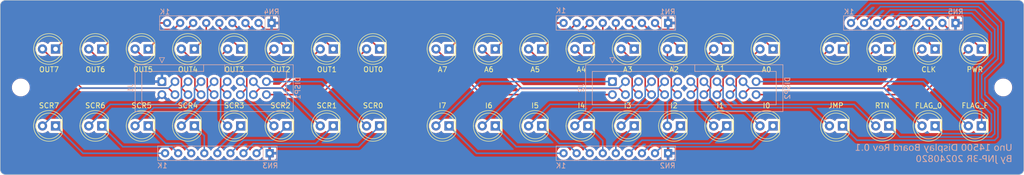
<source format=kicad_pcb>
(kicad_pcb (version 20240108) (generator "pcbnew") (generator_version "8.0")
  (layers (0 "F.Cu" signal) (31 "B.Cu" signal) (34 "B.Paste" user) (35 "F.Paste" user) (36 "B.SilkS" user "B.Silkscreen") (37 "F.SilkS" user "F.Silkscreen") (38 "B.Mask" user) (39 "F.Mask" user) (44 "Edge.Cuts" user))
  (net 0 "")
  (net 1 "Net-(D1-K)")
  (net 2 "A0")
  (net 3 "A1")
  (net 4 "Net-(D2-K)")
  (net 5 "Net-(D3-K)")
  (net 6 "A2")
  (net 7 "A3")
  (net 8 "Net-(D4-K)")
  (net 9 "A4")
  (net 10 "Net-(D5-K)")
  (net 11 "A5")
  (net 12 "Net-(D6-K)")
  (net 13 "Net-(D7-K)")
  (net 14 "A6")
  (net 15 "Net-(D8-K)")
  (net 16 "A7")
  (net 17 "Net-(D9-K)")
  (net 18 "I0")
  (net 19 "Net-(D10-K)")
  (net 20 "I1")
  (net 21 "I2")
  (net 22 "Net-(D11-K)")
  (net 23 "I3")
  (net 24 "Net-(D12-K)")
  (net 25 "Net-(D13-K)")
  (net 26 "I4")
  (net 27 "Net-(D14-K)")
  (net 28 "I5")
  (net 29 "Net-(D15-K)")
  (net 30 "I6")
  (net 31 "Net-(D16-K)")
  (net 32 "I7")
  (net 33 "Net-(D17-K)")
  (net 34 "SCR0")
  (net 35 "Net-(D18-K)")
  (net 36 "SCR1")
  (net 37 "Net-(D19-K)")
  (net 38 "SCR2")
  (net 39 "SCR3")
  (net 40 "Net-(D20-K)")
  (net 41 "Net-(D21-K)")
  (net 42 "SCR4")
  (net 43 "Net-(D22-K)")
  (net 44 "SCR5")
  (net 45 "Net-(D23-K)")
  (net 46 "SCR6")
  (net 47 "SCR7")
  (net 48 "Net-(D24-K)")
  (net 49 "OUT0")
  (net 50 "Net-(D25-K)")
  (net 51 "Net-(D26-K)")
  (net 52 "OUT1")
  (net 53 "OUT2")
  (net 54 "Net-(D27-K)")
  (net 55 "Net-(D28-K)")
  (net 56 "OUT3")
  (net 57 "Net-(D29-K)")
  (net 58 "OUT4")
  (net 59 "Net-(D30-K)")
  (net 60 "OUT5")
  (net 61 "OUT6")
  (net 62 "Net-(D31-K)")
  (net 63 "Net-(D32-K)")
  (net 64 "OUT7")
  (net 65 "VCC")
  (net 66 "Net-(D33-K)")
  (net 67 "CLK")
  (net 68 "Net-(D34-K)")
  (net 69 "RR")
  (net 70 "Net-(D35-K)")
  (net 71 "D")
  (net 72 "Net-(D36-K)")
  (net 73 "JMP")
  (net 74 "Net-(D37-K)")
  (net 75 "Net-(D38-K)")
  (net 76 "FLAG_F")
  (net 77 "Net-(D39-K)")
  (net 78 "FLAG_0")
  (net 79 "Net-(D40-K)")
  (net 80 "RTN")
  (net 81 "GND")
  (footprint "LED_THT:LED_D5.0mm" (layer "F.Cu") (at 214.25 80 180)
    (property "Reference" "D36" (hide yes))
    (property "Value" "D")
  )
  (footprint "LED_THT:LED_D5.0mm" (layer "F.Cu") (at 146.75 80 180)
    (property "Reference" "D7" (hide yes))
    (property "Value" "A6")
  )
  (footprint "LED_THT:LED_D5.0mm" (layer "F.Cu") (at 200.75 80 180)
    (property "Reference" "D1" (hide yes))
    (property "Value" "A0")
  )
  (footprint "LED_THT:LED_D5.0mm" (layer "F.Cu") (at 191.75 95 180)
    (property "Reference" "D10" (hide yes))
    (property "Value" "I1")
  )
  (footprint "LED_THT:LED_D5.0mm" (layer "F.Cu") (at 88.25 95 180)
    (property "Reference" "D21" (hide yes))
    (property "Value" "SCR4")
  )
  (footprint "LED_THT:LED_D5.0mm" (layer "F.Cu") (at 115.25 95 180)
    (property "Reference" "D18" (hide yes))
    (property "Value" "SCR1")
  )
  (footprint "LED_THT:LED_D5.0mm" (layer "F.Cu") (at 146.75 95 180)
    (property "Reference" "D15" (hide yes))
    (property "Value" "I6")
  )
  (footprint "LED_THT:LED_D5.0mm" (layer "F.Cu") (at 155.75 95 180)
    (property "Reference" "D14" (hide yes))
    (property "Value" "I5")
  )
  (footprint "LED_THT:LED_D5.0mm" (layer "F.Cu") (at 97.25 80 180)
    (property "Reference" "D28" (hide yes))
    (property "Value" "OUT3")
  )
  (footprint "LED_THT:LED_D5.0mm" (layer "F.Cu") (at 88.25 80 180)
    (property "Reference" "D29" (hide yes))
    (property "Value" "OUT4")
  )
  (footprint "LED_THT:LED_D5.0mm" (layer "F.Cu") (at 214.25 95 180)
    (property "Reference" "D40" (hide yes))
    (property "Value" "JMP")
  )
  (footprint "LED_THT:LED_D5.0mm" (layer "F.Cu") (at 182.75 95 180)
    (property "Reference" "D11" (hide yes))
    (property "Value" "I2")
  )
  (footprint "LED_THT:LED_D5.0mm" (layer "F.Cu") (at 232.25 80 180)
    (property "Reference" "D34" (hide yes))
    (property "Value" "CLK")
  )
  (footprint "LED_THT:LED_D5.0mm" (layer "F.Cu") (at 200.75 95 180)
    (property "Reference" "D9" (hide yes))
    (property "Value" "I0")
  )
  (footprint "LED_THT:LED_D5.0mm" (layer "F.Cu") (at 106.25 95 180)
    (property "Reference" "D19" (hide yes))
    (property "Value" "SCR2")
  )
  (footprint "LED_THT:LED_D5.0mm" (layer "F.Cu") (at 61.25 80 180)
    (property "Reference" "D32" (hide yes))
    (property "Value" "OUT7")
  )
  (footprint "LED_THT:LED_D5.0mm" (layer "F.Cu") (at 70.25 95 180)
    (property "Reference" "D23" (hide yes))
    (property "Value" "SCR6")
  )
  (footprint "LED_THT:LED_D5.0mm" (layer "F.Cu") (at 79.25 95 180)
    (property "Reference" "D22" (hide yes))
    (property "Value" "SCR5")
  )
  (footprint "LED_THT:LED_D5.0mm" (layer "F.Cu") (at 124.25 80 180)
    (property "Reference" "D25" (hide yes))
    (property "Value" "OUT0")
  )
  (footprint "LED_THT:LED_D5.0mm" (layer "F.Cu") (at 115.25 80 180)
    (property "Reference" "D26" (hide yes))
    (property "Value" "OUT1")
  )
  (footprint "MountingHole:MountingHole_3mm" (layer "F.Cu") (at 245.5 87.5)
    (property "Reference" "REF**" (hide yes))
    (property "Value" "MountingHole_3mm" (hide yes))
  )
  (footprint "LED_THT:LED_D5.0mm" (layer "F.Cu") (at 241.25 80 180)
    (property "Reference" "D33" (hide yes))
    (property "Value" "PWR")
  )
  (footprint "LED_THT:LED_D5.0mm" (layer "F.Cu") (at 182.75 80 180)
    (property "Reference" "D3" (hide yes))
    (property "Value" "A2")
  )
  (footprint "LED_THT:LED_D5.0mm" (layer "F.Cu") (at 241.25 95 180)
    (property "Reference" "D37" (hide yes))
    (property "Value" "FLAG_F")
  )
  (footprint "LED_THT:LED_D5.0mm" (layer "F.Cu") (at 137.75 95 180)
    (property "Reference" "D16" (hide yes))
    (property "Value" "I7")
  )
  (footprint "LED_THT:LED_D5.0mm" (layer "F.Cu") (at 164.75 95 180)
    (property "Reference" "D13" (hide yes))
    (property "Value" "I4")
  )
  (footprint "MountingHole:MountingHole_3mm" (layer "F.Cu") (at 54.5 87.5)
    (property "Reference" "REF**" (hide yes))
    (property "Value" "MountingHole_3mm" (hide yes))
  )
  (footprint "LED_THT:LED_D5.0mm" (layer "F.Cu") (at 70.25 80 180)
    (property "Reference" "D31" (hide yes))
    (property "Value" "OUT6")
  )
  (footprint "LED_THT:LED_D5.0mm" (layer "F.Cu") (at 137.75 80 180)
    (property "Reference" "D8" (hide yes))
    (property "Value" "A7")
  )
  (footprint "LED_THT:LED_D5.0mm" (layer "F.Cu") (at 164.75 80 180)
    (property "Reference" "D5" (hide yes))
    (property "Value" "A4")
  )
  (footprint "LED_THT:LED_D5.0mm" (layer "F.Cu") (at 79.25 80 180)
    (property "Reference" "D30" (hide yes))
    (property "Value" "OUT5")
  )
  (footprint "LED_THT:LED_D5.0mm" (layer "F.Cu") (at 106.25 80 180)
    (property "Reference" "D27" (hide yes))
    (property "Value" "OUT2")
  )
  (footprint "LED_THT:LED_D5.0mm" (layer "F.Cu") (at 155.75 80 180)
    (property "Reference" "D6" (hide yes))
    (property "Value" "A5")
  )
  (footprint "LED_THT:LED_D5.0mm" (layer "F.Cu") (at 97.25 95 180)
    (property "Reference" "D20" (hide yes))
    (property "Value" "SCR3")
  )
  (footprint "LED_THT:LED_D5.0mm" (layer "F.Cu") (at 61.25 95 180)
    (property "Reference" "D24" (hide yes))
    (property "Value" "SCR7")
  )
  (footprint "LED_THT:LED_D5.0mm" (layer "F.Cu") (at 124.25 95 180)
    (property "Reference" "D17" (hide yes))
    (property "Value" "SCR0")
  )
  (footprint "LED_THT:LED_D5.0mm" (layer "F.Cu") (at 223.25 95 180)
    (property "Reference" "D39" (hide yes))
    (property "Value" "RTN")
  )
  (footprint "LED_THT:LED_D5.0mm" (layer "F.Cu") (at 173.75 95 180)
    (property "Reference" "D12" (hide yes))
    (property "Value" "I3")
  )
  (footprint "LED_THT:LED_D5.0mm" (layer "F.Cu") (at 191.75 80 180)
    (property "Reference" "D2" (hide yes))
    (property "Value" "A1")
  )
  (footprint "LED_THT:LED_D5.0mm" (layer "F.Cu") (at 223.25 80 180)
    (property "Reference" "D35" (hide yes))
    (property "Value" "RR")
  )
  (footprint "LED_THT:LED_D5.0mm" (layer "F.Cu") (at 232.25 95 180)
    (property "Reference" "D38" (hide yes))
    (property "Value" "FLAG_0")
  )
  (footprint "LED_THT:LED_D5.0mm" (layer "F.Cu") (at 173.75 80 180)
    (property "Reference" "D4" (hide yes))
    (property "Value" "A3")
  )
  (footprint "Resistor_THT:R_Array_SIP9" (layer "B.Cu") (at 102.87 100.33 180)
    (property "Reference" "RN3")
    (property "Value" "1K")
  )
  (footprint "Resistor_THT:R_Array_SIP9" (layer "B.Cu") (at 236.22 74.93 180)
    (property "Reference" "RN5")
    (property "Value" "1K")
  )
  (footprint "Connector_IDC:IDC-Header_2x09_P2.54mm_Vertical" (layer "B.Cu") (at 81.93 86.36 -90)
    (property "Reference" "J1")
    (property "Value" "DISP1")
  )
  (footprint "Connector_IDC:IDC-Header_2x12_P2.54mm_Vertical" (layer "B.Cu") (at 169.51 86.36 -90)
    (property "Reference" "J2")
    (property "Value" "DISP2")
  )
  (footprint "Resistor_THT:R_Array_SIP9" (layer "B.Cu") (at 103.25 74.93 180)
    (property "Reference" "RN4")
    (property "Value" "1K")
  )
  (footprint "Resistor_THT:R_Array_SIP9" (layer "B.Cu") (at 180.34 74.93 180)
    (property "Reference" "RN1")
    (property "Value" "1K")
  )
  (footprint "Resistor_THT:R_Array_SIP9" (layer "B.Cu") (at 180.34 100.33 180)
    (property "Reference" "RN2")
    (property "Value" "1K")
  )
  (gr_line (start 248.5 70.5) (end 51.5 70.5) (stroke (width 0.1)) (layer "Edge.Cuts"))
  (gr_arc (start 249.5 103.5) (mid 249.207107 104.207107) (end 248.5 104.5) (stroke (width 0.1)) (layer "Edge.Cuts"))
  (gr_line (start 249.5 103.5) (end 249.5 71.5) (stroke (width 0.1)) (layer "Edge.Cuts"))
  (gr_line (start 50.5 71.5) (end 50.5 103.5) (stroke (width 0.1)) (layer "Edge.Cuts"))
  (gr_arc (start 248.5 70.5) (mid 249.207107 70.792893) (end 249.5 71.5) (stroke (width 0.1)) (layer "Edge.Cuts"))
  (gr_arc (start 50.5 71.5) (mid 50.792893 70.792893) (end 51.5 70.5) (stroke (width 0.1)) (layer "Edge.Cuts"))
  (gr_line (start 51.5 104.5) (end 248.5 104.5) (stroke (width 0.1)) (layer "Edge.Cuts"))
  (gr_arc (start 51.5 104.5) (mid 50.792893 104.207107) (end 50.5 103.5) (stroke (width 0.1)) (layer "Edge.Cuts"))
  (gr_text "Uno 14500 Display Board Rev 0.1\nBy JNP-3R 20240820" (at 247.25 102.25 0) (layer "B.SilkS") (effects (font (size 1.3 1.3) (thickness 0.1625)) (justify left bottom mirror)))
  (segment (start 179.07 76.2) (end 196.95 76.2) (width 0.3) (layer "F.Cu") (net 1))
  (segment (start 196.95 76.2) (end 200.75 80) (width 0.3) (layer "F.Cu") (net 1))
  (segment (start 177.8 74.93) (end 179.07 76.2) (width 0.3) (layer "F.Cu") (net 1))
  (segment (start 188.595 87.595) (end 187.29 88.9) (width 0.3) (layer "F.Cu") (net 2))
  (segment (start 198.21 80) (end 195.025 83.185) (width 0.3) (layer "F.Cu") (net 2))
  (segment (start 188.595 85.725) (end 188.595 87.595) (width 0.3) (layer "F.Cu") (net 2))
  (segment (start 195.025 83.185) (end 191.135 83.185) (width 0.3) (layer "F.Cu") (net 2))
  (segment (start 191.135 83.185) (end 188.595 85.725) (width 0.3) (layer "F.Cu") (net 2))
  (segment (start 186.055 87.595) (end 184.75 88.9) (width 0.3) (layer "F.Cu") (net 3))
  (segment (start 189.21 80) (end 186.055 83.155) (width 0.3) (layer "F.Cu") (net 3))
  (segment (start 186.055 83.155) (end 186.055 87.595) (width 0.3) (layer "F.Cu") (net 3))
  (segment (start 175.26 74.93) (end 177.165 76.835) (width 0.3) (layer "F.Cu") (net 4))
  (segment (start 188.585 76.835) (end 191.75 80) (width 0.3) (layer "F.Cu") (net 4))
  (segment (start 177.165 76.835) (end 188.585 76.835) (width 0.3) (layer "F.Cu") (net 4))
  (segment (start 175.26 77.47) (end 180.22 77.47) (width 0.3) (layer "F.Cu") (net 5))
  (segment (start 180.22 77.47) (end 182.75 80) (width 0.3) (layer "F.Cu") (net 5))
  (segment (start 172.72 74.93) (end 175.26 77.47) (width 0.3) (layer "F.Cu") (net 5))
  (segment (start 180.975 85.725) (end 180.975 87.665) (width 0.3) (layer "F.Cu") (net 6))
  (segment (start 180.975 87.665) (end 182.21 88.9) (width 0.3) (layer "F.Cu") (net 6))
  (segment (start 180.21 80) (end 180.21 84.96) (width 0.3) (layer "F.Cu") (net 6))
  (segment (start 180.21 84.96) (end 180.975 85.725) (width 0.3) (layer "F.Cu") (net 6))
  (segment (start 176.53 83.82) (end 178.435 85.725) (width 0.3) (layer "F.Cu") (net 7))
  (segment (start 178.435 85.725) (end 178.435 87.665) (width 0.3) (layer "F.Cu") (net 7))
  (segment (start 178.435 87.665) (end 179.67 88.9) (width 0.3) (layer "F.Cu") (net 7))
  (segment (start 175.03 83.82) (end 176.53 83.82) (width 0.3) (layer "F.Cu") (net 7))
  (segment (start 171.21 80) (end 175.03 83.82) (width 0.3) (layer "F.Cu") (net 7))
  (segment (start 173.75 80) (end 170.18 76.43) (width 0.3) (layer "F.Cu") (net 8))
  (segment (start 170.18 76.43) (end 170.18 74.93) (width 0.3) (layer "F.Cu") (net 8))
  (segment (start 173.99 83.82) (end 175.895 85.725) (width 0.3) (layer "F.Cu") (net 9))
  (segment (start 175.895 85.725) (end 175.895 87.665) (width 0.3) (layer "F.Cu") (net 9))
  (segment (start 175.895 87.665) (end 177.13 88.9) (width 0.3) (layer "F.Cu") (net 9))
  (segment (start 162.21 80) (end 166.03 83.82) (width 0.3) (layer "F.Cu") (net 9))
  (segment (start 166.03 83.82) (end 173.99 83.82) (width 0.3) (layer "F.Cu") (net 9))
  (segment (start 167.64 77.11) (end 167.64 74.93) (width 0.3) (layer "F.Cu") (net 10))
  (segment (start 164.75 80) (end 167.64 77.11) (width 0.3) (layer "F.Cu") (net 10))
  (segment (start 173.355 87.665) (end 174.59 88.9) (width 0.3) (layer "F.Cu") (net 11))
  (segment (start 153.21 80) (end 157.665 84.455) (width 0.3) (layer "F.Cu") (net 11))
  (segment (start 157.665 84.455) (end 172.085 84.455) (width 0.3) (layer "F.Cu") (net 11))
  (segment (start 172.085 84.455) (end 173.355 85.725) (width 0.3) (layer "F.Cu") (net 11))
  (segment (start 173.355 85.725) (end 173.355 87.665) (width 0.3) (layer "F.Cu") (net 11))
  (segment (start 163.195 76.835) (end 165.1 74.93) (width 0.3) (layer "F.Cu") (net 12))
  (segment (start 155.75 80) (end 158.915 76.835) (width 0.3) (layer "F.Cu") (net 12))
  (segment (start 158.915 76.835) (end 163.195 76.835) (width 0.3) (layer "F.Cu") (net 12))
  (segment (start 161.29 76.2) (end 162.56 74.93) (width 0.3) (layer "F.Cu") (net 13))
  (segment (start 150.55 76.2) (end 161.29 76.2) (width 0.3) (layer "F.Cu") (net 13))
  (segment (start 146.75 80) (end 150.55 76.2) (width 0.3) (layer "F.Cu") (net 13))
  (segment (start 151.91 87.7) (end 170.85 87.7) (width 0.3) (layer "F.Cu") (net 14))
  (segment (start 144.21 80) (end 151.91 87.7) (width 0.3) (layer "F.Cu") (net 14))
  (segment (start 170.85 87.7) (end 172.05 88.9) (width 0.3) (layer "F.Cu") (net 14))
  (segment (start 142.82 74.93) (end 160.02 74.93) (width 0.3) (layer "F.Cu") (net 15))
  (segment (start 137.75 80) (end 142.82 74.93) (width 0.3) (layer "F.Cu") (net 15))
  (segment (start 144.11 88.9) (end 169.51 88.9) (width 0.3) (layer "F.Cu") (net 16))
  (segment (start 135.21 80) (end 144.11 88.9) (width 0.3) (layer "F.Cu") (net 16))
  (segment (start 179.07 99.06) (end 196.69 99.06) (width 0.3) (layer "B.Cu") (net 17))
  (segment (start 177.8 100.33) (end 179.07 99.06) (width 0.3) (layer "B.Cu") (net 17))
  (segment (start 196.69 99.06) (end 200.75 95) (width 0.3) (layer "B.Cu") (net 17))
  (segment (start 187.290001 86.36) (end 188.49 87.559999) (width 0.3) (layer "B.Cu") (net 18))
  (segment (start 195.285 92.075) (end 198.21 95) (width 0.3) (layer "B.Cu") (net 18))
  (segment (start 188.49 87.559999) (end 188.49 89.43) (width 0.3) (layer "B.Cu") (net 18))
  (segment (start 188.49 89.43) (end 191.135 92.075) (width 0.3) (layer "B.Cu") (net 18))
  (segment (start 191.135 92.075) (end 195.285 92.075) (width 0.3) (layer "B.Cu") (net 18))
  (segment (start 191.75 95) (end 188.325 98.425) (width 0.3) (layer "B.Cu") (net 19))
  (segment (start 188.325 98.425) (end 177.165 98.425) (width 0.3) (layer "B.Cu") (net 19))
  (segment (start 177.165 98.425) (end 175.26 100.33) (width 0.3) (layer "B.Cu") (net 19))
  (segment (start 186.055 87.665) (end 186.055 91.845) (width 0.3) (layer "B.Cu") (net 20))
  (segment (start 186.055 91.845) (end 189.21 95) (width 0.3) (layer "B.Cu") (net 20))
  (segment (start 184.75 86.36) (end 186.055 87.665) (width 0.3) (layer "B.Cu") (net 20))
  (segment (start 180.975 89.535) (end 180.975 87.595) (width 0.3) (layer "B.Cu") (net 21))
  (segment (start 180.21 90.3) (end 180.975 89.535) (width 0.3) (layer "B.Cu") (net 21))
  (segment (start 180.21 95) (end 180.21 90.3) (width 0.3) (layer "B.Cu") (net 21))
  (segment (start 180.975 87.595) (end 182.21 86.36) (width 0.3) (layer "B.Cu") (net 21))
  (segment (start 179.96 97.79) (end 175.26 97.79) (width 0.3) (layer "B.Cu") (net 22))
  (segment (start 175.26 97.79) (end 172.72 100.33) (width 0.3) (layer "B.Cu") (net 22))
  (segment (start 182.75 95) (end 179.96 97.79) (width 0.3) (layer "B.Cu") (net 22))
  (segment (start 171.21 95) (end 174.77 91.44) (width 0.3) (layer "B.Cu") (net 23))
  (segment (start 176.287057 91.44) (end 178.435 89.292057) (width 0.3) (layer "B.Cu") (net 23))
  (segment (start 174.77 91.44) (end 176.287057 91.44) (width 0.3) (layer "B.Cu") (net 23))
  (segment (start 178.435 89.292057) (end 178.435 87.595) (width 0.3) (layer "B.Cu") (net 23))
  (segment (start 178.435 87.595) (end 179.67 86.36) (width 0.3) (layer "B.Cu") (net 23))
  (segment (start 170.18 98.57) (end 170.18 100.33) (width 0.3) (layer "B.Cu") (net 24))
  (segment (start 173.75 95) (end 170.18 98.57) (width 0.3) (layer "B.Cu") (net 24))
  (segment (start 164.75 95) (end 167.64 97.89) (width 0.3) (layer "B.Cu") (net 25))
  (segment (start 167.64 97.89) (end 167.64 100.33) (width 0.3) (layer "B.Cu") (net 25))
  (segment (start 175.895 87.595) (end 177.13 86.36) (width 0.3) (layer "B.Cu") (net 26))
  (segment (start 162.21 95) (end 165.77 91.44) (width 0.3) (layer "B.Cu") (net 26))
  (segment (start 175.895 89.292057) (end 175.895 87.595) (width 0.3) (layer "B.Cu") (net 26))
  (segment (start 165.77 91.44) (end 173.747057 91.44) (width 0.3) (layer "B.Cu") (net 26))
  (segment (start 173.747057 91.44) (end 175.895 89.292057) (width 0.3) (layer "B.Cu") (net 26))
  (segment (start 163.195 98.425) (end 165.1 100.33) (width 0.3) (layer "B.Cu") (net 27))
  (segment (start 159.175 98.425) (end 163.195 98.425) (width 0.3) (layer "B.Cu") (net 27))
  (segment (start 155.75 95) (end 159.175 98.425) (width 0.3) (layer "B.Cu") (net 27))
  (segment (start 153.21 95) (end 157.405 90.805) (width 0.3) (layer "B.Cu") (net 28))
  (segment (start 173.355 87.594999) (end 174.589999 86.36) (width 0.3) (layer "B.Cu") (net 28))
  (segment (start 173.355 89.535) (end 173.355 87.594999) (width 0.3) (layer "B.Cu") (net 28))
  (segment (start 157.405 90.805) (end 172.085 90.805) (width 0.3) (layer "B.Cu") (net 28))
  (segment (start 172.085 90.805) (end 173.355 89.535) (width 0.3) (layer "B.Cu") (net 28))
  (segment (start 150.81 99.06) (end 161.29 99.06) (width 0.3) (layer "B.Cu") (net 29))
  (segment (start 146.75 95) (end 150.81 99.06) (width 0.3) (layer "B.Cu") (net 29))
  (segment (start 161.29 99.06) (end 162.56 100.33) (width 0.3) (layer "B.Cu") (net 29))
  (segment (start 151.58 87.63) (end 170.78 87.63) (width 0.3) (layer "B.Cu") (net 30))
  (segment (start 144.21 95) (end 151.58 87.63) (width 0.3) (layer "B.Cu") (net 30))
  (segment (start 170.78 87.63) (end 172.05 86.36) (width 0.3) (layer "B.Cu") (net 30))
  (segment (start 137.75 95) (end 143.08 100.33) (width 0.3) (layer "B.Cu") (net 31))
  (segment (start 143.08 100.33) (end 160.02 100.33) (width 0.3) (layer "B.Cu") (net 31))
  (segment (start 143.85 86.36) (end 169.51 86.36) (width 0.3) (layer "B.Cu") (net 32))
  (segment (start 135.21 95) (end 143.85 86.36) (width 0.3) (layer "B.Cu") (net 32))
  (segment (start 101.6 99.06) (end 120.19 99.06) (width 0.3) (layer "B.Cu") (net 33))
  (segment (start 100.33 100.33) (end 101.6 99.06) (width 0.3) (layer "B.Cu") (net 33))
  (segment (start 120.19 99.06) (end 124.25 95) (width 0.3) (layer "B.Cu") (net 33))
  (segment (start 113.07 86.36) (end 121.71 95) (width 0.3) (layer "B.Cu") (net 34))
  (segment (start 102.25 86.36) (end 113.07 86.36) (width 0.3) (layer "B.Cu") (net 34))
  (segment (start 111.825 98.425) (end 115.25 95) (width 0.3) (layer "B.Cu") (net 35))
  (segment (start 99.695 98.425) (end 111.825 98.425) (width 0.3) (layer "B.Cu") (net 35))
  (segment (start 97.79 100.33) (end 99.695 98.425) (width 0.3) (layer "B.Cu") (net 35))
  (segment (start 100.980001 87.63) (end 105.34 87.63) (width 0.3) (layer "B.Cu") (net 36))
  (segment (start 99.710001 86.36) (end 100.980001 87.63) (width 0.3) (layer "B.Cu") (net 36))
  (segment (start 105.34 87.63) (end 112.71 95) (width 0.3) (layer "B.Cu") (net 36))
  (segment (start 95.25 100.33) (end 97.79 97.79) (width 0.3) (layer "B.Cu") (net 37))
  (segment (start 97.79 97.79) (end 103.46 97.79) (width 0.3) (layer "B.Cu") (net 37))
  (segment (start 103.46 97.79) (end 106.25 95) (width 0.3) (layer "B.Cu") (net 37))
  (segment (start 103.71 95) (end 98.425 89.715) (width 0.3) (layer "B.Cu") (net 38))
  (segment (start 98.425 89.715) (end 98.425 87.615) (width 0.3) (layer "B.Cu") (net 38))
  (segment (start 98.425 87.615) (end 97.17 86.36) (width 0.3) (layer "B.Cu") (net 38))
  (segment (start 94.71 95) (end 93.345 93.635) (width 0.3) (layer "B.Cu") (net 39))
  (segment (start 93.345 93.635) (end 93.345 87.645) (width 0.3) (layer "B.Cu") (net 39))
  (segment (start 93.345 87.645) (end 94.63 86.36) (width 0.3) (layer "B.Cu") (net 39))
  (segment (start 97.25 95) (end 92.71 99.54) (width 0.3) (layer "B.Cu") (net 40))
  (segment (start 92.71 99.54) (end 92.71 100.33) (width 0.3) (layer "B.Cu") (net 40))
  (segment (start 90.17 96.92) (end 90.17 100.33) (width 0.3) (layer "B.Cu") (net 41))
  (segment (start 88.25 95) (end 90.17 96.92) (width 0.3) (layer "B.Cu") (net 41))
  (segment (start 90.805 87.645) (end 92.09 86.36) (width 0.3) (layer "B.Cu") (net 42))
  (segment (start 90.805 89.905) (end 90.805 87.645) (width 0.3) (layer "B.Cu") (net 42))
  (segment (start 85.71 95) (end 90.805 89.905) (width 0.3) (layer "B.Cu") (net 42))
  (segment (start 85.725 98.425) (end 87.63 100.33) (width 0.3) (layer "B.Cu") (net 43))
  (segment (start 82.675 98.425) (end 85.725 98.425) (width 0.3) (layer "B.Cu") (net 43))
  (segment (start 79.25 95) (end 82.675 98.425) (width 0.3) (layer "B.Cu") (net 43))
  (segment (start 88.265 87.645) (end 89.55 86.36) (width 0.3) (layer "B.Cu") (net 44))
  (segment (start 76.71 95) (end 76.75 95) (width 0.3) (layer "B.Cu") (net 44))
  (segment (start 76.75 95) (end 80.31 91.44) (width 0.3) (layer "B.Cu") (net 44))
  (segment (start 80.31 91.44) (end 86.307057 91.44) (width 0.3) (layer "B.Cu") (net 44))
  (segment (start 88.265 89.482057) (end 88.265 87.645) (width 0.3) (layer "B.Cu") (net 44))
  (segment (start 86.307057 91.44) (end 88.265 89.482057) (width 0.3) (layer "B.Cu") (net 44))
  (segment (start 83.82 99.06) (end 85.09 100.33) (width 0.3) (layer "B.Cu") (net 45))
  (segment (start 70.25 95) (end 74.31 99.06) (width 0.3) (layer "B.Cu") (net 45))
  (segment (start 74.31 99.06) (end 83.82 99.06) (width 0.3) (layer "B.Cu") (net 45))
  (segment (start 85.725 87.644999) (end 87.009999 86.36) (width 0.3) (layer "B.Cu") (net 46))
  (segment (start 71.905 90.805) (end 84.455 90.805) (width 0.3) (layer "B.Cu") (net 46))
  (segment (start 85.725 89.535) (end 85.725 87.644999) (width 0.3) (layer "B.Cu") (net 46))
  (segment (start 67.71 95) (end 71.905 90.805) (width 0.3) (layer "B.Cu") (net 46))
  (segment (start 84.455 90.805) (end 85.725 89.535) (width 0.3) (layer "B.Cu") (net 46))
  (segment (start 58.71 95) (end 66.08 87.63) (width 0.3) (layer "B.Cu") (net 47))
  (segment (start 66.08 87.63) (end 83.2 87.63) (width 0.3) (layer "B.Cu") (net 47))
  (segment (start 83.2 87.63) (end 84.47 86.36) (width 0.3) (layer "B.Cu") (net 47))
  (segment (start 82.55 100.33) (end 66.58 100.33) (width 0.3) (layer "B.Cu") (net 48))
  (segment (start 66.58 100.33) (end 61.25 95) (width 0.3) (layer "B.Cu") (net 48))
  (segment (start 112.81 88.9) (end 121.71 80) (width 0.3) (layer "F.Cu") (net 49))
  (segment (start 102.25 88.9) (end 112.81 88.9) (width 0.3) (layer "F.Cu") (net 49))
  (segment (start 120.45 76.2) (end 124.25 80) (width 0.3) (layer "F.Cu") (net 50))
  (segment (start 100.71 74.93) (end 101.98 76.2) (width 0.3) (layer "F.Cu") (net 50))
  (segment (start 101.98 76.2) (end 120.45 76.2) (width 0.3) (layer "F.Cu") (net 50))
  (segment (start 98.17 74.93) (end 100.075 76.835) (width 0.3) (layer "F.Cu") (net 51))
  (segment (start 112.085 76.835) (end 115.25 80) (width 0.3) (layer "F.Cu") (net 51))
  (segment (start 100.075 76.835) (end 112.085 76.835) (width 0.3) (layer "F.Cu") (net 51))
  (segment (start 100.98 87.63) (end 105.08 87.63) (width 0.3) (layer "F.Cu") (net 52))
  (segment (start 99.71 88.9) (end 100.98 87.63) (width 0.3) (layer "F.Cu") (net 52))
  (segment (start 105.08 87.63) (end 112.71 80) (width 0.3) (layer "F.Cu") (net 52))
  (segment (start 98.425 85.285) (end 98.425 87.645) (width 0.3) (layer "F.Cu") (net 53))
  (segment (start 103.71 80) (end 98.425 85.285) (width 0.3) (layer "F.Cu") (net 53))
  (segment (start 98.425 87.645) (end 97.17 88.9) (width 0.3) (layer "F.Cu") (net 53))
  (segment (start 98.17 77.47) (end 103.72 77.47) (width 0.3) (layer "F.Cu") (net 54))
  (segment (start 103.72 77.47) (end 106.25 80) (width 0.3) (layer "F.Cu") (net 54))
  (segment (start 95.63 74.93) (end 98.17 77.47) (width 0.3) (layer "F.Cu") (net 54))
  (segment (start 97.25 80) (end 93.09 75.84) (width 0.3) (layer "F.Cu") (net 55))
  (segment (start 93.09 75.84) (end 93.09 74.93) (width 0.3) (layer "F.Cu") (net 55))
  (segment (start 94.63 88.9) (end 93.345 87.615) (width 0.3) (layer "F.Cu") (net 56))
  (segment (start 93.345 81.365) (end 94.71 80) (width 0.3) (layer "F.Cu") (net 56))
  (segment (start 93.345 87.615) (end 93.345 81.365) (width 0.3) (layer "F.Cu") (net 56))
  (segment (start 90.55 77.7) (end 90.55 74.93) (width 0.3) (layer "F.Cu") (net 57))
  (segment (start 88.25 80) (end 90.55 77.7) (width 0.3) (layer "F.Cu") (net 57))
  (segment (start 90.75 85.04) (end 85.71 80) (width 0.3) (layer "F.Cu") (net 58))
  (segment (start 90.75 87.56) (end 90.75 85.04) (width 0.3) (layer "F.Cu") (net 58))
  (segment (start 92.09 88.9) (end 90.75 87.56) (width 0.3) (layer "F.Cu") (net 58))
  (segment (start 86.105 76.835) (end 88.01 74.93) (width 0.3) (layer "F.Cu") (net 59))
  (segment (start 79.25 80) (end 82.415 76.835) (width 0.3) (layer "F.Cu") (net 59))
  (segment (start 82.415 76.835) (end 86.105 76.835) (width 0.3) (layer "F.Cu") (net 59))
  (segment (start 88.35 85.81) (end 86.36 83.82) (width 0.3) (layer "F.Cu") (net 60))
  (segment (start 86.36 83.82) (end 80.53 83.82) (width 0.3) (layer "F.Cu") (net 60))
  (segment (start 89.55 88.9) (end 88.35 87.7) (width 0.3) (layer "F.Cu") (net 60))
  (segment (start 88.35 87.7) (end 88.35 85.81) (width 0.3) (layer "F.Cu") (net 60))
  (segment (start 80.53 83.82) (end 76.71 80) (width 0.3) (layer "F.Cu") (net 60))
  (segment (start 87.01 88.9) (end 85.725 87.615) (width 0.3) (layer "F.Cu") (net 61))
  (segment (start 85.725 87.615) (end 85.725 85.725) (width 0.3) (layer "F.Cu") (net 61))
  (segment (start 85.725 85.725) (end 84.455 84.455) (width 0.3) (layer "F.Cu") (net 61))
  (segment (start 72.165 84.455) (end 67.71 80) (width 0.3) (layer "F.Cu") (net 61))
  (segment (start 84.455 84.455) (end 72.165 84.455) (width 0.3) (layer "F.Cu") (net 61))
  (segment (start 70.25 80) (end 74.05 76.2) (width 0.3) (layer "F.Cu") (net 62))
  (segment (start 74.05 76.2) (end 84.2 76.2) (width 0.3) (layer "F.Cu") (net 62))
  (segment (start 84.2 76.2) (end 85.47 74.93) (width 0.3) (layer "F.Cu") (net 62))
  (segment (start 61.25 80) (end 66.32 74.93) (width 0.3) (layer "F.Cu") (net 63))
  (segment (start 66.32 74.93) (end 82.93 74.93) (width 0.3) (layer "F.Cu") (net 63))
  (segment (start 58.71 80) (end 66.34 87.63) (width 0.3) (layer "F.Cu") (net 64))
  (segment (start 66.34 87.63) (end 83.2 87.63) (width 0.3) (layer "F.Cu") (net 64))
  (segment (start 83.2 87.63) (end 84.47 88.9) (width 0.3) (layer "F.Cu") (net 64))
  (segment (start 238.71 80) (end 229.81 88.9) (width 0.3) (layer "F.Cu") (net 65))
  (segment (start 229.81 88.9) (end 197.45 88.9) (width 0.3) (layer "F.Cu") (net 65))
  (segment (start 235.585 76.835) (end 238.085 76.835) (width 0.3) (layer "F.Cu") (net 66))
  (segment (start 238.085 76.835) (end 241.25 80) (width 0.3) (layer "F.Cu") (net 66))
  (segment (start 233.68 74.93) (end 235.585 76.835) (width 0.3) (layer "F.Cu") (net 66))
  (segment (start 194.91 88.9) (end 196.18 87.63) (width 0.3) (layer "F.Cu") (net 67))
  (segment (start 196.18 87.63) (end 222.08 87.63) (width 0.3) (layer "F.Cu") (net 67))
  (segment (start 222.08 87.63) (end 229.71 80) (width 0.3) (layer "F.Cu") (net 67))
  (segment (start 232.25 80) (end 231.14 78.89) (width 0.3) (layer "F.Cu") (net 68))
  (segment (start 231.14 78.89) (end 231.14 74.93) (width 0.3) (layer "F.Cu") (net 68))
  (segment (start 194.945 84.455) (end 193.57 85.83) (width 0.3) (layer "F.Cu") (net 69))
  (segment (start 193.57 85.83) (end 193.57 87.7) (width 0.3) (layer "F.Cu") (net 69))
  (segment (start 220.71 80) (end 216.255 84.455) (width 0.3) (layer "F.Cu") (net 69))
  (segment (start 216.255 84.455) (end 194.945 84.455) (width 0.3) (layer "F.Cu") (net 69))
  (segment (start 193.57 87.7) (end 192.37 88.9) (width 0.3) (layer "F.Cu") (net 69))
  (segment (start 223.25 80) (end 228.32 74.93) (width 0.3) (layer "F.Cu") (net 70))
  (segment (start 228.32 74.93) (end 228.6 74.93) (width 0.3) (layer "F.Cu") (net 70))
  (segment (start 191.03 85.83) (end 191.03 87.7) (width 0.3) (layer "F.Cu") (net 71))
  (segment (start 211.71 80) (end 207.89 83.82) (width 0.3) (layer "F.Cu") (net 71))
  (segment (start 193.04 83.82) (end 191.03 85.83) (width 0.3) (layer "F.Cu") (net 71))
  (segment (start 191.03 87.7) (end 189.83 88.9) (width 0.3) (layer "F.Cu") (net 71))
  (segment (start 207.89 83.82) (end 193.04 83.82) (width 0.3) (layer "F.Cu") (net 71))
  (segment (start 214.25 80) (end 217.415 76.835) (width 0.3) (layer "F.Cu") (net 72))
  (segment (start 217.415 76.835) (end 224.155 76.835) (width 0.3) (layer "F.Cu") (net 72))
  (segment (start 224.155 76.835) (end 226.06 74.93) (width 0.3) (layer "F.Cu") (net 72))
  (segment (start 191.03 89.565) (end 192.905 91.44) (width 0.3) (layer "B.Cu") (net 73))
  (segment (start 208.15 91.44) (end 211.71 95) (width 0.3) (layer "B.Cu") (net 73))
  (segment (start 191.03 87.56) (end 191.03 89.565) (width 0.3) (layer "B.Cu") (net 73))
  (segment (start 189.83 86.36) (end 191.03 87.56) (width 0.3) (layer "B.Cu") (net 73))
  (segment (start 192.905 91.44) (end 208.15 91.44) (width 0.3) (layer "B.Cu") (net 73))
  (segment (start 243.205 76.835) (end 239.395 73.025) (width 0.3) (layer "B.Cu") (net 74))
  (segment (start 240.03 90.805) (end 240.03 83.97) (width 0.3) (layer "B.Cu") (net 74))
  (segment (start 240.03 83.97) (end 243.205 80.795) (width 0.3) (layer "B.Cu") (net 74))
  (segment (start 225.425 73.025) (end 223.52 74.93) (width 0.3) (layer "B.Cu") (net 74))
  (segment (start 239.395 73.025) (end 225.425 73.025) (width 0.3) (layer "B.Cu") (net 74))
  (segment (start 241.3 92.075) (end 240.03 90.805) (width 0.3) (layer "B.Cu") (net 74))
  (segment (start 243.205 80.795) (end 243.205 76.835) (width 0.3) (layer "B.Cu") (net 74))
  (segment (start 241.3 94.95) (end 241.3 92.075) (width 0.3) (layer "B.Cu") (net 74))
  (segment (start 241.25 95) (end 241.3 94.95) (width 0.3) (layer "B.Cu") (net 74))
  (segment (start 243.84 81.4575) (end 243.84 76.2) (width 0.3) (layer "B.Cu") (net 75))
  (segment (start 242.57 96.52) (end 243.205 95.885) (width 0.3) (layer "B.Cu") (net 75))
  (segment (start 232.25 95) (end 232.25 95.09) (width 0.3) (layer "B.Cu") (net 75))
  (segment (start 243.205 92.71) (end 240.665 90.17) (width 0.3) (layer "B.Cu") (net 75))
  (segment (start 243.205 95.885) (end 243.205 92.71) (width 0.3) (layer "B.Cu") (net 75))
  (segment (start 243.84 76.2) (end 240.03 72.39) (width 0.3) (layer "B.Cu") (net 75))
  (segment (start 232.25 95.09) (end 233.68 96.52) (width 0.3) (layer "B.Cu") (net 75))
  (segment (start 223.52 72.39) (end 220.98 74.93) (width 0.3) (layer "B.Cu") (net 75))
  (segment (start 233.68 96.52) (end 242.57 96.52) (width 0.3) (layer "B.Cu") (net 75))
  (segment (start 240.03 72.39) (end 223.52 72.39) (width 0.3) (layer "B.Cu") (net 75))
  (segment (start 240.665 84.6325) (end 243.84 81.4575) (width 0.3) (layer "B.Cu") (net 75))
  (segment (start 240.665 90.17) (end 240.665 84.6325) (width 0.3) (layer "B.Cu") (net 75))
  (segment (start 197.449999 86.36) (end 229.97 86.36) (width 0.3) (layer "B.Cu") (net 76))
  (segment (start 229.97 86.36) (end 238.61 95) (width 0.3) (layer "B.Cu") (net 76))
  (segment (start 238.61 95) (end 238.71 95) (width 0.3) (layer "B.Cu") (net 76))
  (segment (start 243.84 92.075) (end 241.3 89.535) (width 0.3) (layer "B.Cu") (net 77))
  (segment (start 243.205 97.155) (end 243.84 96.52) (width 0.3) (layer "B.Cu") (net 77))
  (segment (start 241.3 89.535) (end 241.3 85.09) (width 0.3) (layer "B.Cu") (net 77))
  (segment (start 225.405 97.155) (end 243.205 97.155) (width 0.3) (layer "B.Cu") (net 77))
  (segment (start 241.3 85.09) (end 244.475 81.915) (width 0.3) (layer "B.Cu") (net 77))
  (segment (start 244.475 75.565) (end 240.665 71.755) (width 0.3) (layer "B.Cu") (net 77))
  (segment (start 244.475 81.915) (end 244.475 75.565) (width 0.3) (layer "B.Cu") (net 77))
  (segment (start 243.84 96.52) (end 243.84 92.075) (width 0.3) (layer "B.Cu") (net 77))
  (segment (start 240.665 71.755) (end 221.615 71.755) (width 0.3) (layer "B.Cu") (net 77))
  (segment (start 221.615 71.755) (end 218.44 74.93) (width 0.3) (layer "B.Cu") (net 77))
  (segment (start 223.25 95) (end 225.405 97.155) (width 0.3) (layer "B.Cu") (net 77))
  (segment (start 196.18 87.63) (end 222.34 87.63) (width 0.3) (layer "B.Cu") (net 78))
  (segment (start 222.34 87.63) (end 229.71 95) (width 0.3) (layer "B.Cu") (net 78))
  (segment (start 194.91 86.36) (end 196.18 87.63) (width 0.3) (layer "B.Cu") (net 78))
  (segment (start 245.11 74.893946) (end 245.11 82.55) (width 0.3) (layer "B.Cu") (net 79))
  (segment (start 241.935 88.9) (end 244.475 91.44) (width 0.3) (layer "B.Cu") (net 79))
  (segment (start 245.11 82.55) (end 241.935 85.725) (width 0.3) (layer "B.Cu") (net 79))
  (segment (start 219.71 71.12) (end 241.336054 71.12) (width 0.3) (layer "B.Cu") (net 79))
  (segment (start 217.04 97.79) (end 214.25 95) (width 0.3) (layer "B.Cu") (net 79))
  (segment (start 241.336054 71.12) (end 245.11 74.893946) (width 0.3) (layer "B.Cu") (net 79))
  (segment (start 244.475 91.44) (end 244.475 97.155) (width 0.3) (layer "B.Cu") (net 79))
  (segment (start 244.475 97.155) (end 243.84 97.79) (width 0.3) (layer "B.Cu") (net 79))
  (segment (start 241.935 85.725) (end 241.935 88.9) (width 0.3) (layer "B.Cu") (net 79))
  (segment (start 243.84 97.79) (end 217.04 97.79) (width 0.3) (layer "B.Cu") (net 79))
  (segment (start 215.9 74.93) (end 219.71 71.12) (width 0.3) (layer "B.Cu") (net 79))
  (segment (start 216.515 90.805) (end 220.71 95) (width 0.3) (layer "B.Cu") (net 80))
  (segment (start 193.57 87.56) (end 193.57 89.43) (width 0.3) (layer "B.Cu") (net 80))
  (segment (start 193.57 89.43) (end 194.945 90.805) (width 0.3) (layer "B.Cu") (net 80))
  (segment (start 192.37 86.36) (end 193.57 87.56) (width 0.3) (layer "B.Cu") (net 80))
  (segment (start 194.945 90.805) (end 216.515 90.805) (width 0.3) (layer "B.Cu") (net 80))
  (zone (net 81) (net_name "GND") (layers "F&B.Cu") (connect_pads (clearance 0.5)) (min_thickness 0.25) (fill yes (thermal_gap 0.5) (thermal_bridge_width 0.5) (island_removal_mode 1) (island_area_min 10))
    (polygon (pts (xy 50.5 70.5) (xy 249.5 70.5) (xy 249.5 104.5) (xy 50.5 104.5)))
  )
)
</source>
